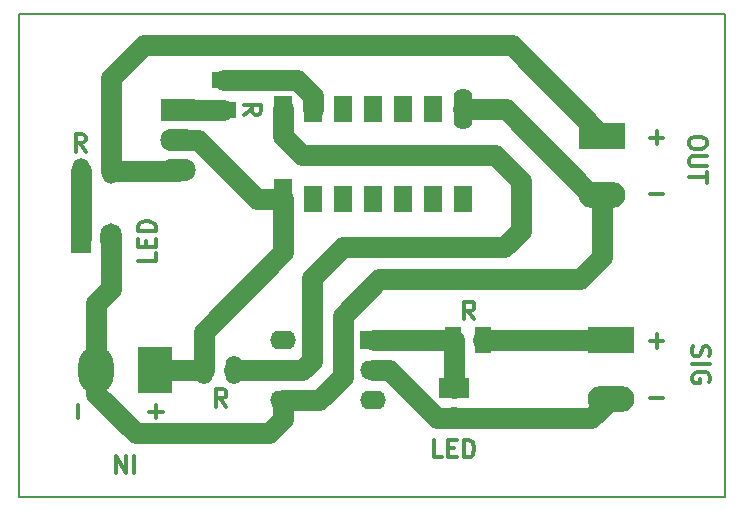
<source format=gbr>
%TF.GenerationSoftware,KiCad,Pcbnew,6.0.7+dfsg-1+b1*%
%TF.CreationDate,2022-12-02T21:53:11-05:00*%
%TF.ProjectId,control_and_power,636f6e74-726f-46c5-9f61-6e645f706f77,rev?*%
%TF.SameCoordinates,Original*%
%TF.FileFunction,Copper,L1,Top*%
%TF.FilePolarity,Positive*%
%FSLAX46Y46*%
G04 Gerber Fmt 4.6, Leading zero omitted, Abs format (unit mm)*
G04 Created by KiCad (PCBNEW 6.0.7+dfsg-1+b1) date 2022-12-02 21:53:11*
%MOMM*%
%LPD*%
G01*
G04 APERTURE LIST*
%TA.AperFunction,NonConductor*%
%ADD10C,0.200000*%
%TD*%
%ADD11C,0.300000*%
%TA.AperFunction,NonConductor*%
%ADD12C,0.300000*%
%TD*%
%TA.AperFunction,ComponentPad*%
%ADD13R,1.800000X2.500000*%
%TD*%
%TA.AperFunction,ComponentPad*%
%ADD14O,1.800000X2.500000*%
%TD*%
%TA.AperFunction,ComponentPad*%
%ADD15O,3.000000X1.905000*%
%TD*%
%TA.AperFunction,ComponentPad*%
%ADD16R,3.000000X1.905000*%
%TD*%
%TA.AperFunction,ComponentPad*%
%ADD17O,2.200000X1.600000*%
%TD*%
%TA.AperFunction,ComponentPad*%
%ADD18R,2.200000X1.600000*%
%TD*%
%TA.AperFunction,ComponentPad*%
%ADD19R,2.500000X1.800000*%
%TD*%
%TA.AperFunction,ComponentPad*%
%ADD20O,2.200000X1.800000*%
%TD*%
%TA.AperFunction,ComponentPad*%
%ADD21O,1.400000X2.200000*%
%TD*%
%TA.AperFunction,ComponentPad*%
%ADD22O,1.400000X2.400000*%
%TD*%
%TA.AperFunction,ComponentPad*%
%ADD23R,2.000000X1.400000*%
%TD*%
%TA.AperFunction,ComponentPad*%
%ADD24O,3.960000X2.200000*%
%TD*%
%TA.AperFunction,ComponentPad*%
%ADD25R,3.960000X2.200000*%
%TD*%
%TA.AperFunction,ComponentPad*%
%ADD26O,3.000000X3.960000*%
%TD*%
%TA.AperFunction,ComponentPad*%
%ADD27R,3.000000X3.960000*%
%TD*%
%TA.AperFunction,ComponentPad*%
%ADD28R,1.400000X2.200000*%
%TD*%
%TA.AperFunction,ComponentPad*%
%ADD29R,1.600000X3.500000*%
%TD*%
%TA.AperFunction,ComponentPad*%
%ADD30R,1.600000X2.200000*%
%TD*%
%TA.AperFunction,ComponentPad*%
%ADD31O,1.600000X3.500000*%
%TD*%
%TA.AperFunction,Conductor*%
%ADD32C,1.750000*%
%TD*%
%TA.AperFunction,Conductor*%
%ADD33C,1.250000*%
%TD*%
G04 APERTURE END LIST*
D10*
X119800000Y-117400000D02*
X179600000Y-117400000D01*
X179600000Y-117400000D02*
X179600000Y-76500000D01*
X179600000Y-76500000D02*
X119800000Y-76500000D01*
X119800000Y-76500000D02*
X119800000Y-117400000D01*
D11*
D12*
X173228571Y-104207142D02*
X174371428Y-104207142D01*
X173800000Y-104778571D02*
X173800000Y-103635714D01*
D11*
D12*
X173228571Y-91807142D02*
X174371428Y-91807142D01*
D11*
D12*
X176892857Y-104664285D02*
X176821428Y-104878571D01*
X176821428Y-105235714D01*
X176892857Y-105378571D01*
X176964285Y-105450000D01*
X177107142Y-105521428D01*
X177250000Y-105521428D01*
X177392857Y-105450000D01*
X177464285Y-105378571D01*
X177535714Y-105235714D01*
X177607142Y-104950000D01*
X177678571Y-104807142D01*
X177750000Y-104735714D01*
X177892857Y-104664285D01*
X178035714Y-104664285D01*
X178178571Y-104735714D01*
X178250000Y-104807142D01*
X178321428Y-104950000D01*
X178321428Y-105307142D01*
X178250000Y-105521428D01*
X176821428Y-106164285D02*
X178321428Y-106164285D01*
X178250000Y-107664285D02*
X178321428Y-107521428D01*
X178321428Y-107307142D01*
X178250000Y-107092857D01*
X178107142Y-106950000D01*
X177964285Y-106878571D01*
X177678571Y-106807142D01*
X177464285Y-106807142D01*
X177178571Y-106878571D01*
X177035714Y-106950000D01*
X176892857Y-107092857D01*
X176821428Y-107307142D01*
X176821428Y-107450000D01*
X176892857Y-107664285D01*
X176964285Y-107735714D01*
X177464285Y-107735714D01*
X177464285Y-107450000D01*
D11*
D12*
X137364285Y-109778571D02*
X136864285Y-109064285D01*
X136507142Y-109778571D02*
X136507142Y-108278571D01*
X137078571Y-108278571D01*
X137221428Y-108350000D01*
X137292857Y-108421428D01*
X137364285Y-108564285D01*
X137364285Y-108778571D01*
X137292857Y-108921428D01*
X137221428Y-108992857D01*
X137078571Y-109064285D01*
X136507142Y-109064285D01*
D11*
D12*
X138821428Y-85064285D02*
X139535714Y-84564285D01*
X138821428Y-84207142D02*
X140321428Y-84207142D01*
X140321428Y-84778571D01*
X140250000Y-84921428D01*
X140178571Y-84992857D01*
X140035714Y-85064285D01*
X139821428Y-85064285D01*
X139678571Y-84992857D01*
X139607142Y-84921428D01*
X139535714Y-84778571D01*
X139535714Y-84207142D01*
D11*
D12*
X158364285Y-102378571D02*
X157864285Y-101664285D01*
X157507142Y-102378571D02*
X157507142Y-100878571D01*
X158078571Y-100878571D01*
X158221428Y-100950000D01*
X158292857Y-101021428D01*
X158364285Y-101164285D01*
X158364285Y-101378571D01*
X158292857Y-101521428D01*
X158221428Y-101592857D01*
X158078571Y-101664285D01*
X157507142Y-101664285D01*
D11*
D12*
X125464285Y-88178571D02*
X124964285Y-87464285D01*
X124607142Y-88178571D02*
X124607142Y-86678571D01*
X125178571Y-86678571D01*
X125321428Y-86750000D01*
X125392857Y-86821428D01*
X125464285Y-86964285D01*
X125464285Y-87178571D01*
X125392857Y-87321428D01*
X125321428Y-87392857D01*
X125178571Y-87464285D01*
X124607142Y-87464285D01*
D11*
D12*
X173228571Y-109007142D02*
X174371428Y-109007142D01*
D11*
D12*
X155635714Y-114078571D02*
X154921428Y-114078571D01*
X154921428Y-112578571D01*
X156135714Y-113292857D02*
X156635714Y-113292857D01*
X156850000Y-114078571D02*
X156135714Y-114078571D01*
X156135714Y-112578571D01*
X156850000Y-112578571D01*
X157492857Y-114078571D02*
X157492857Y-112578571D01*
X157850000Y-112578571D01*
X158064285Y-112650000D01*
X158207142Y-112792857D01*
X158278571Y-112935714D01*
X158350000Y-113221428D01*
X158350000Y-113435714D01*
X158278571Y-113721428D01*
X158207142Y-113864285D01*
X158064285Y-114007142D01*
X157850000Y-114078571D01*
X157492857Y-114078571D01*
D11*
D12*
X124792857Y-109628571D02*
X124792857Y-110771428D01*
D11*
D12*
X173228571Y-87007142D02*
X174371428Y-87007142D01*
X173800000Y-87578571D02*
X173800000Y-86435714D01*
D11*
D12*
X129585714Y-113921428D02*
X129585714Y-115421428D01*
X128871428Y-113921428D02*
X128871428Y-115421428D01*
X128014285Y-113921428D01*
X128014285Y-115421428D01*
D11*
D12*
X178021428Y-87300000D02*
X178021428Y-87585714D01*
X177950000Y-87728571D01*
X177807142Y-87871428D01*
X177521428Y-87942857D01*
X177021428Y-87942857D01*
X176735714Y-87871428D01*
X176592857Y-87728571D01*
X176521428Y-87585714D01*
X176521428Y-87300000D01*
X176592857Y-87157142D01*
X176735714Y-87014285D01*
X177021428Y-86942857D01*
X177521428Y-86942857D01*
X177807142Y-87014285D01*
X177950000Y-87157142D01*
X178021428Y-87300000D01*
X178021428Y-88585714D02*
X176807142Y-88585714D01*
X176664285Y-88657142D01*
X176592857Y-88728571D01*
X176521428Y-88871428D01*
X176521428Y-89157142D01*
X176592857Y-89300000D01*
X176664285Y-89371428D01*
X176807142Y-89442857D01*
X178021428Y-89442857D01*
X178021428Y-89942857D02*
X178021428Y-90800000D01*
X176521428Y-90371428D02*
X178021428Y-90371428D01*
D11*
D12*
X131378571Y-96764285D02*
X131378571Y-97478571D01*
X129878571Y-97478571D01*
X130592857Y-96264285D02*
X130592857Y-95764285D01*
X131378571Y-95550000D02*
X131378571Y-96264285D01*
X129878571Y-96264285D01*
X129878571Y-95550000D01*
X131378571Y-94907142D02*
X129878571Y-94907142D01*
X129878571Y-94550000D01*
X129950000Y-94335714D01*
X130092857Y-94192857D01*
X130235714Y-94121428D01*
X130521428Y-94050000D01*
X130735714Y-94050000D01*
X131021428Y-94121428D01*
X131164285Y-94192857D01*
X131307142Y-94335714D01*
X131378571Y-94550000D01*
X131378571Y-94907142D01*
D11*
D12*
X131392857Y-109628571D02*
X131392857Y-110771428D01*
X130821428Y-110200000D02*
X131964285Y-110200000D01*
D13*
%TO.P,D2,2,A*%
%TO.N,Net-(D2-Pad2)*%
X125060000Y-95500000D03*
D14*
%TO.P,D2,1,K*%
%TO.N,GND*%
X127600000Y-95500000D03*
%TD*%
D15*
%TO.P,Q1,3,E*%
%TO.N,Net-(OUT1-Pad1)*%
X133300000Y-89780000D03*
%TO.P,Q1,2,C*%
%TO.N,5v*%
X133300000Y-87240000D03*
D16*
%TO.P,Q1,1,B*%
%TO.N,Net-(Q1-Pad1)*%
X133300000Y-84700000D03*
%TD*%
D17*
%TO.P,U2,6*%
%TO.N,unconnected-(U2-Pad6)*%
X142180000Y-104175000D03*
%TO.P,U2,5*%
%TO.N,Net-(R2-Pad1)*%
X142180000Y-106715000D03*
%TO.P,U2,4*%
%TO.N,GND*%
X142180000Y-109255000D03*
%TO.P,U2,3,NC*%
%TO.N,unconnected-(U2-Pad3)*%
X149800000Y-109255000D03*
%TO.P,U2,2*%
%TO.N,Net-(D1-Pad1)*%
X149800000Y-106715000D03*
D18*
%TO.P,U2,1*%
%TO.N,Net-(D1-Pad2)*%
X149800000Y-104175000D03*
%TD*%
D19*
%TO.P,D1,2,A*%
%TO.N,Net-(D1-Pad2)*%
X156600000Y-108235000D03*
D20*
%TO.P,D1,1,K*%
%TO.N,Net-(D1-Pad1)*%
X156600000Y-110775000D03*
%TD*%
D21*
%TO.P,R4,2*%
%TO.N,Net-(OUT1-Pad1)*%
X127620000Y-89800000D03*
%TO.P,R4,1*%
%TO.N,Net-(D2-Pad2)*%
X125080000Y-89800000D03*
%TD*%
D22*
%TO.P,R2,2*%
%TO.N,5v*%
X135480000Y-106700000D03*
%TO.P,R2,1*%
%TO.N,Net-(R2-Pad1)*%
X138020000Y-106700000D03*
%TD*%
D23*
%TO.P,R3,2*%
%TO.N,Net-(Q1-Pad1)*%
X137200000Y-84620000D03*
%TO.P,R3,1*%
%TO.N,Net-(R3-Pad1)*%
X137200000Y-82080000D03*
%TD*%
D24*
%TO.P,SIG1,2,Pin_2*%
%TO.N,Net-(D1-Pad1)*%
X169900000Y-109100000D03*
D25*
%TO.P,SIG1,1,Pin_1*%
%TO.N,Net-(SIG1-Pad1)*%
X169900000Y-104100000D03*
%TD*%
D24*
%TO.P,OUT1,2,Pin_2*%
%TO.N,GND*%
X169200000Y-91835000D03*
D25*
%TO.P,OUT1,1,Pin_1*%
%TO.N,Net-(OUT1-Pad1)*%
X169200000Y-86835000D03*
%TD*%
D26*
%TO.P,5V1,2,Pin_2*%
%TO.N,GND*%
X126365000Y-106700000D03*
D27*
%TO.P,5V1,1,Pin_1*%
%TO.N,5v*%
X131365000Y-106700000D03*
%TD*%
D28*
%TO.P,R1,2*%
%TO.N,Net-(D1-Pad2)*%
X156580000Y-104100000D03*
%TO.P,R1,1*%
%TO.N,Net-(SIG1-Pad1)*%
X159120000Y-104100000D03*
%TD*%
D29*
%TO.P,U1,14,VDD*%
%TO.N,5v*%
X142175000Y-92220000D03*
D30*
%TO.P,U1,13*%
%TO.N,unconnected-(U1-Pad13)*%
X144715000Y-92220000D03*
%TO.P,U1,12*%
%TO.N,unconnected-(U1-Pad12)*%
X147255000Y-92220000D03*
%TO.P,U1,11*%
%TO.N,unconnected-(U1-Pad11)*%
X149795000Y-92220000D03*
%TO.P,U1,10*%
%TO.N,unconnected-(U1-Pad10)*%
X152335000Y-92220000D03*
%TO.P,U1,9*%
%TO.N,unconnected-(U1-Pad9)*%
X154875000Y-92220000D03*
%TO.P,U1,8*%
%TO.N,unconnected-(U1-Pad8)*%
X157415000Y-92220000D03*
D31*
%TO.P,U1,7,VSS*%
%TO.N,GND*%
X157415000Y-84600000D03*
D30*
%TO.P,U1,6*%
%TO.N,unconnected-(U1-Pad6)*%
X154875000Y-84600000D03*
%TO.P,U1,5*%
%TO.N,unconnected-(U1-Pad5)*%
X152335000Y-84600000D03*
%TO.P,U1,4*%
%TO.N,unconnected-(U1-Pad4)*%
X149795000Y-84600000D03*
%TO.P,U1,3*%
%TO.N,unconnected-(U1-Pad3)*%
X147255000Y-84600000D03*
%TO.P,U1,2*%
%TO.N,Net-(R3-Pad1)*%
X144715000Y-84600000D03*
%TO.P,U1,1*%
%TO.N,Net-(R2-Pad1)*%
X142175000Y-84600000D03*
%TD*%
D32*
%TO.N,5v*%
X139920000Y-92220000D02*
X142175000Y-92220000D01*
X131365000Y-106700000D02*
X135480000Y-106700000D01*
X135480000Y-103420000D02*
X142175000Y-96725000D01*
X133300000Y-87240000D02*
X134940000Y-87240000D01*
X142175000Y-96725000D02*
X142175000Y-92220000D01*
X135480000Y-106700000D02*
X135480000Y-103420000D01*
X134940000Y-87240000D02*
X139920000Y-92220000D01*
%TO.N,GND*%
X167300000Y-99000000D02*
X169200000Y-97100000D01*
X147200000Y-107300000D02*
X147200000Y-102100000D01*
X145245000Y-109255000D02*
X147200000Y-107300000D01*
X129700000Y-112000000D02*
X141000000Y-112000000D01*
X161000000Y-84600000D02*
X168235000Y-91835000D01*
X143945000Y-109255000D02*
X145245000Y-109255000D01*
X147200000Y-102100000D02*
X150300000Y-99000000D01*
X157415000Y-84600000D02*
X161000000Y-84600000D01*
X127600000Y-95500000D02*
X127600000Y-99800000D01*
X126365000Y-108665000D02*
X129700000Y-112000000D01*
X142180000Y-110820000D02*
X142180000Y-109255000D01*
D33*
X168235000Y-91835000D02*
X169200000Y-91835000D01*
D32*
X141000000Y-112000000D02*
X142180000Y-110820000D01*
X169200000Y-97100000D02*
X169200000Y-91835000D01*
X126365000Y-106700000D02*
X126365000Y-108665000D01*
X127600000Y-99800000D02*
X126365000Y-101035000D01*
X142180000Y-109255000D02*
X143945000Y-109255000D01*
X126365000Y-101035000D02*
X126365000Y-106700000D01*
X150300000Y-99000000D02*
X167300000Y-99000000D01*
%TO.N,Net-(Q1-Pad1)*%
X133300000Y-84700000D02*
X137120000Y-84700000D01*
D33*
X137120000Y-84700000D02*
X137200000Y-84620000D01*
D32*
%TO.N,Net-(D1-Pad1)*%
X168225000Y-110775000D02*
X169900000Y-109100000D01*
X156600000Y-110775000D02*
X168225000Y-110775000D01*
X155175000Y-110775000D02*
X151115000Y-106715000D01*
X151115000Y-106715000D02*
X149800000Y-106715000D01*
X156600000Y-110775000D02*
X155175000Y-110775000D01*
%TO.N,Net-(R2-Pad1)*%
X162300000Y-94900000D02*
X162300000Y-90700000D01*
X144600000Y-98900000D02*
X147200000Y-96300000D01*
X160900000Y-96300000D02*
X162300000Y-94900000D01*
X143800000Y-88500000D02*
X142175000Y-86875000D01*
X142180000Y-106715000D02*
X143785000Y-106715000D01*
X143785000Y-106715000D02*
X144600000Y-105900000D01*
X160100000Y-88500000D02*
X143800000Y-88500000D01*
X162300000Y-90700000D02*
X160100000Y-88500000D01*
X147200000Y-96300000D02*
X160900000Y-96300000D01*
X138020000Y-106700000D02*
X142165000Y-106700000D01*
X142175000Y-86875000D02*
X142175000Y-84600000D01*
D33*
X142165000Y-106700000D02*
X142180000Y-106715000D01*
D32*
X144600000Y-105900000D02*
X144600000Y-98900000D01*
%TO.N,Net-(R3-Pad1)*%
X144715000Y-83468630D02*
X144715000Y-84600000D01*
X137200000Y-82080000D02*
X143326370Y-82080000D01*
X143326370Y-82080000D02*
X144715000Y-83468630D01*
%TO.N,Net-(SIG1-Pad1)*%
X159120000Y-104100000D02*
X169900000Y-104100000D01*
%TO.N,Net-(D1-Pad2)*%
X156600000Y-108235000D02*
X156600000Y-104120000D01*
X156580000Y-104100000D02*
X149875000Y-104100000D01*
D33*
X156600000Y-104120000D02*
X156580000Y-104100000D01*
X149875000Y-104100000D02*
X149800000Y-104175000D01*
D32*
%TO.N,Net-(D2-Pad2)*%
X125060000Y-95500000D02*
X125060000Y-89820000D01*
D33*
X125060000Y-89820000D02*
X125080000Y-89800000D01*
D32*
%TO.N,Net-(OUT1-Pad1)*%
X169200000Y-86835000D02*
X161565000Y-79200000D01*
X127620000Y-89800000D02*
X133280000Y-89800000D01*
X161565000Y-79200000D02*
X130400000Y-79200000D01*
X127620000Y-81980000D02*
X127620000Y-89800000D01*
D33*
X133280000Y-89800000D02*
X133300000Y-89780000D01*
D32*
X130400000Y-79200000D02*
X127620000Y-81980000D01*
%TD*%
M02*

</source>
